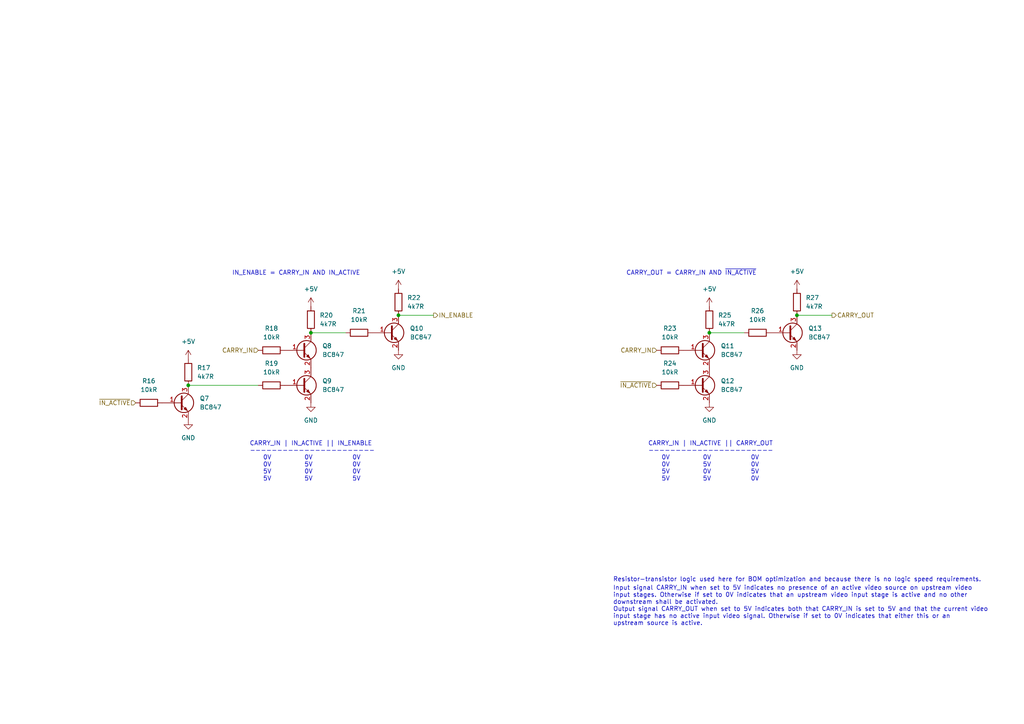
<source format=kicad_sch>
(kicad_sch (version 20230121) (generator eeschema)
  (paper "A4")
  (lib_symbols
    (symbol "Device:R" (pin_numbers hide) (pin_names (offset 0))
      (property "Reference" "R" (at 2.032 0 90))
      (property "Value" "R" (at 0 0 90))
      (symbol "R_0_1"
        (rectangle (start -1.016 -2.54) (end 1.016 2.54) (stroke (width 0.254)))
      )
      (symbol "R_1_1"
        (pin passive line (at 0 3.81 270) (length 1.27) (name "~") (number "1"))
        (pin passive line (at 0 -3.81 90) (length 1.27) (name "~") (number "2"))
      )
    )
    (symbol "Transistor_BJT:BC847" (pin_names (offset 0) hide)
      (property "Reference" "Q" (at 5.08 1.905 0))
      (property "Value" "BC847" (at 5.08 0 0))
      (symbol "BC847_0_1"
        (polyline (pts (xy 0.635 0.635) (xy 2.54 2.54)))
        (polyline (pts (xy 0.635 -0.635) (xy 2.54 -2.54) (xy 2.54 -2.54)))
        (polyline (pts (xy 0.635 1.905) (xy 0.635 -1.905) (xy 0.635 -1.905)) (stroke (width 0.508)))
        (polyline (pts (xy 1.27 -1.778) (xy 1.778 -1.27) (xy 2.286 -2.286) (xy 1.27 -1.778) (xy 1.27 -1.778)) (fill (type outline)))
        (circle (center 1.27 0) (radius 2.8194) (stroke (width 0.254)))
      )
      (symbol "BC847_1_1"
        (pin input line (at -5.08 0 0) (length 5.715) (name "B") (number "1"))
        (pin passive line (at 2.54 -5.08 90) (length 2.54) (name "E") (number "2"))
        (pin passive line (at 2.54 5.08 270) (length 2.54) (name "C") (number "3"))
      )
    )
    (symbol "power:+5V" (power) (pin_names (offset 0))
      (property "Value" "+5V" (at 0 3.556 0))
      (symbol "+5V_0_1"
        (polyline (pts (xy -0.762 1.27) (xy 0 2.54)))
        (polyline (pts (xy 0 0) (xy 0 2.54)))
        (polyline (pts (xy 0 2.54) (xy 0.762 1.27)))
      )
      (symbol "+5V_1_1"
        (pin power_in line (at 0 0 90) (length 0) hide (name "+5V") (number "1"))
      )
    )
    (symbol "power:GND" (power) (pin_names (offset 0))
      (property "Value" "GND" (at 0 -3.81 0))
      (symbol "GND_0_1"
        (polyline (pts (xy 0 0) (xy 0 -1.27) (xy 1.27 -1.27) (xy 0 -2.54) (xy -1.27 -1.27) (xy 0 -1.27)))
      )
      (symbol "GND_1_1"
        (pin power_in line (at 0 0 270) (length 0) hide (name "GND") (number "1"))
      )
    )
  )
  (junction (at 90.17 96.52))
  (junction (at 205.74 96.52))
  (junction (at 54.61 111.76))
  (junction (at 231.14 91.44))
  (junction (at 115.57 91.44))
  (wire (pts (xy 54.61 111.76) (xy 74.93 111.76)))
  (wire (pts (xy 115.57 91.44) (xy 125.73 91.44)))
  (wire (pts (xy 205.74 96.52) (xy 215.9 96.52)))
  (wire (pts (xy 90.17 96.52) (xy 100.33 96.52)))
  (wire (pts (xy 231.14 91.44) (xy 241.3 91.44)))
  (text "CARRY_IN | IN_ACTIVE || IN_ENABLE\n-----------------------\n    0V          0V            0V\n    0V          5V            0V\n    5V          0V            0V\n    5V          5V            5V" (at 72.39 139.7 0) (effects (font (size 1.27 1.27)) (justify left bottom)))
  (text "Resistor-transistor logic used here for BOM optimization and because there is no logic speed requirements." (at 177.8 168.91 0) (effects (font (size 1.27 1.27)) (justify left bottom)))
  (text "IN_ENABLE = CARRY_IN AND IN_ACTIVE" (at 67.31 80.01 0) (effects (font (size 1.27 1.27)) (justify left bottom)))
  (text "Input signal CARRY_IN when set to 5V indicates no presence of an active video source on upstream video\ninput stages. Otherwise if set to 0V indicates that an upstream video input stage is active and no other\ndownstream shall be activated.\nOutput signal CARRY_OUT when set to 5V indicates both that CARRY_IN is set to 5V and that the current video\ninput stage has no active input video signal. Otherwise if set to 0V indicates that either this or an\nupstream source is active." (at 177.8 181.61 0) (effects (font (size 1.27 1.27)) (justify left bottom)))
  (text "CARRY_IN | IN_ACTIVE || CARRY_OUT\n-----------------------\n    0V          0V            0V\n    0V          5V            0V\n    5V          0V            5V\n    5V          5V            0V" (at 187.96 139.7 0) (effects (font (size 1.27 1.27)) (justify left bottom)))
  (text "CARRY_OUT = CARRY_IN AND ~{IN_ACTIVE}" (at 181.61 80.01 0) (effects (font (size 1.27 1.27)) (justify left bottom)))
  (hierarchical_label "CARRY_IN" (shape input) (at 74.93 101.6 180))
  (hierarchical_label "CARRY_IN" (shape input) (at 190.5 101.6 180))
  (hierarchical_label "~{IN_ACTIVE}" (shape input) (at 39.37 116.84 180))
  (hierarchical_label "IN_ENABLE" (shape output) (at 125.73 91.44 0))
  (hierarchical_label "CARRY_OUT" (shape output) (at 241.3 91.44 0))
  (hierarchical_label "~{IN_ACTIVE}" (shape input) (at 190.5 111.76 180))
  (symbol (lib_id "Transistor_BJT:BC847") (at 203.2 101.6 0) (unit 1)
    (property "Reference" "Q11" (at 209.042 100.33 0) (effects (justify left)))
    (property "Value" "BC847" (at 209.042 102.87 0) (effects (justify left)))
    (property "Footprint" "Package_TO_SOT_SMD:SOT-23" (effects hide))
    (property "Datasheet" "https://datasheet.lcsc.com/lcsc/1811141238_Nexperia-BC847C-215_C8664.pdf" (effects hide))
    (property "MPN" "BC847C,215" (effects hide))
    (property "Status" "OK" (effects hide))
    (instances (project "SCART_switcher_input" (path "" (reference "Q11") (unit 1)) (path "" (reference "Q18") (unit 1)) (path "" (reference "Q25") (unit 1))))
  )
  (symbol (lib_id "Transistor_BJT:BC847") (at 87.63 111.76 0) (unit 1)
    (property "Reference" "Q9" (at 93.472 110.49 0) (effects (justify left)))
    (property "Value" "BC847" (at 93.472 113.03 0) (effects (justify left)))
    (property "Footprint" "Package_TO_SOT_SMD:SOT-23" (effects hide))
    (property "Datasheet" "https://datasheet.lcsc.com/lcsc/1811141238_Nexperia-BC847C-215_C8664.pdf" (effects hide))
    (property "MPN" "BC847C,215" (effects hide))
    (property "Status" "OK" (effects hide))
    (instances (project "SCART_switcher_input" (path "" (reference "Q9") (unit 1)) (path "" (reference "Q16") (unit 1)) (path "" (reference "Q23") (unit 1))))
  )
  (symbol (lib_id "Device:R") (at 231.14 87.63 0) (unit 1)
    (property "Reference" "R27" (at 233.68 86.36 0) (effects (justify left)))
    (property "Value" "4k7R" (at 233.68 88.9 0) (effects (justify left)))
    (property "Footprint" "Resistor_SMD:R_0805_2012Metric" (effects hide))
    (instances (project "SCART_switcher_input" (path "" (reference "R27") (unit 1)) (path "" (reference "R39") (unit 1)) (path "" (reference "R51") (unit 1))))
  )
  (symbol (lib_id "power:+5V") (at 231.14 83.82 0) (unit 1)
    (property "Reference" "#PWR049" (effects hide))
    (property "Value" "+5V" (at 231.14 78.74 0))
    (instances (project "SCART_switcher_input" (path "" (reference "#PWR049") (unit 1)) (path "" (reference "#PWR059") (unit 1)) (path "" (reference "#PWR069") (unit 1))))
  )
  (symbol (lib_id "Device:R") (at 43.18 116.84 270) (unit 1)
    (property "Reference" "R16" (at 43.18 110.49 90))
    (property "Value" "10kR" (at 43.18 113.03 90))
    (property "Footprint" "Resistor_SMD:R_0805_2012Metric" (effects hide))
    (property "Datasheet" "https://datasheet.lcsc.com/lcsc/1810201611_YAGEO-RC0805FR-0710KL_C84376.pdf" (effects hide))
    (property "MPN" "RC0805FR-0710KL" (effects hide))
    (instances (project "SCART_switcher_input" (path "" (reference "R16") (unit 1)) (path "" (reference "R28") (unit 1)) (path "" (reference "R40") (unit 1))))
  )
  (symbol (lib_id "power:GND") (at 115.57 101.6 0) (unit 1)
    (property "Reference" "#PWR046" (effects hide))
    (property "Value" "GND" (at 115.57 106.68 0))
    (instances (project "SCART_switcher_input" (path "" (reference "#PWR046") (unit 1)) (path "" (reference "#PWR056") (unit 1)) (path "" (reference "#PWR066") (unit 1))))
  )
  (symbol (lib_id "Device:R") (at 219.71 96.52 270) (unit 1)
    (property "Reference" "R26" (at 219.71 90.17 90))
    (property "Value" "10kR" (at 219.71 92.71 90))
    (property "Footprint" "Resistor_SMD:R_0805_2012Metric" (effects hide))
    (property "Datasheet" "https://datasheet.lcsc.com/lcsc/1810201611_YAGEO-RC0805FR-0710KL_C84376.pdf" (effects hide))
    (property "MPN" "RC0805FR-0710KL" (effects hide))
    (instances (project "SCART_switcher_input" (path "" (reference "R26") (unit 1)) (path "" (reference "R38") (unit 1)) (path "" (reference "R50") (unit 1))))
  )
  (symbol (lib_id "power:GND") (at 231.14 101.6 0) (unit 1)
    (property "Reference" "#PWR050" (effects hide))
    (property "Value" "GND" (at 231.14 106.68 0))
    (instances (project "SCART_switcher_input" (path "" (reference "#PWR050") (unit 1)) (path "" (reference "#PWR060") (unit 1)) (path "" (reference "#PWR070") (unit 1))))
  )
  (symbol (lib_id "Transistor_BJT:BC847") (at 87.63 101.6 0) (unit 1)
    (property "Reference" "Q8" (at 93.472 100.33 0) (effects (justify left)))
    (property "Value" "BC847" (at 93.472 102.87 0) (effects (justify left)))
    (property "Footprint" "Package_TO_SOT_SMD:SOT-23" (effects hide))
    (property "Datasheet" "https://datasheet.lcsc.com/lcsc/1811141238_Nexperia-BC847C-215_C8664.pdf" (effects hide))
    (property "MPN" "BC847C,215" (effects hide))
    (property "Status" "OK" (effects hide))
    (instances (project "SCART_switcher_input" (path "" (reference "Q8") (unit 1)) (path "" (reference "Q15") (unit 1)) (path "" (reference "Q22") (unit 1))))
  )
  (symbol (lib_id "Transistor_BJT:BC847") (at 228.6 96.52 0) (unit 1)
    (property "Reference" "Q13" (at 234.442 95.25 0) (effects (justify left)))
    (property "Value" "BC847" (at 234.442 97.79 0) (effects (justify left)))
    (property "Footprint" "Package_TO_SOT_SMD:SOT-23" (effects hide))
    (property "Datasheet" "https://datasheet.lcsc.com/lcsc/1811141238_Nexperia-BC847C-215_C8664.pdf" (effects hide))
    (property "MPN" "BC847C,215" (effects hide))
    (property "Status" "OK" (effects hide))
    (instances (project "SCART_switcher_input" (path "" (reference "Q13") (unit 1)) (path "" (reference "Q20") (unit 1)) (path "" (reference "Q27") (unit 1))))
  )
  (symbol (lib_id "Device:R") (at 54.61 107.95 0) (unit 1)
    (property "Reference" "R17" (at 57.15 106.68 0) (effects (justify left)))
    (property "Value" "4k7R" (at 57.15 109.22 0) (effects (justify left)))
    (property "Footprint" "Resistor_SMD:R_0805_2012Metric" (effects hide))
    (instances (project "SCART_switcher_input" (path "" (reference "R17") (unit 1)) (path "" (reference "R29") (unit 1)) (path "" (reference "R41") (unit 1))))
  )
  (symbol (lib_id "power:GND") (at 90.17 116.84 0) (unit 1)
    (property "Reference" "#PWR044" (effects hide))
    (property "Value" "GND" (at 90.17 121.92 0))
    (instances (project "SCART_switcher_input" (path "" (reference "#PWR044") (unit 1)) (path "" (reference "#PWR054") (unit 1)) (path "" (reference "#PWR064") (unit 1))))
  )
  (symbol (lib_id "Device:R") (at 78.74 101.6 270) (unit 1)
    (property "Reference" "R18" (at 78.74 95.25 90))
    (property "Value" "10kR" (at 78.74 97.79 90))
    (property "Footprint" "Resistor_SMD:R_0805_2012Metric" (effects hide))
    (property "Datasheet" "https://datasheet.lcsc.com/lcsc/1810201611_YAGEO-RC0805FR-0710KL_C84376.pdf" (effects hide))
    (property "MPN" "RC0805FR-0710KL" (effects hide))
    (instances (project "SCART_switcher_input" (path "" (reference "R18") (unit 1)) (path "" (reference "R30") (unit 1)) (path "" (reference "R42") (unit 1))))
  )
  (symbol (lib_id "Device:R") (at 194.31 101.6 270) (unit 1)
    (property "Reference" "R23" (at 194.31 95.25 90))
    (property "Value" "10kR" (at 194.31 97.79 90))
    (property "Footprint" "Resistor_SMD:R_0805_2012Metric" (effects hide))
    (property "Datasheet" "https://datasheet.lcsc.com/lcsc/1810201611_YAGEO-RC0805FR-0710KL_C84376.pdf" (effects hide))
    (property "MPN" "RC0805FR-0710KL" (effects hide))
    (instances (project "SCART_switcher_input" (path "" (reference "R23") (unit 1)) (path "" (reference "R35") (unit 1)) (path "" (reference "R47") (unit 1))))
  )
  (symbol (lib_id "Device:R") (at 205.74 92.71 0) (unit 1)
    (property "Reference" "R25" (at 208.28 91.44 0) (effects (justify left)))
    (property "Value" "4k7R" (at 208.28 93.98 0) (effects (justify left)))
    (property "Footprint" "Resistor_SMD:R_0805_2012Metric" (effects hide))
    (instances (project "SCART_switcher_input" (path "" (reference "R25") (unit 1)) (path "" (reference "R37") (unit 1)) (path "" (reference "R49") (unit 1))))
  )
  (symbol (lib_id "power:+5V") (at 90.17 88.9 0) (unit 1)
    (property "Reference" "#PWR043" (effects hide))
    (property "Value" "+5V" (at 90.17 83.82 0))
    (instances (project "SCART_switcher_input" (path "" (reference "#PWR043") (unit 1)) (path "" (reference "#PWR053") (unit 1)) (path "" (reference "#PWR063") (unit 1))))
  )
  (symbol (lib_id "Device:R") (at 104.14 96.52 270) (unit 1)
    (property "Reference" "R21" (at 104.14 90.17 90))
    (property "Value" "10kR" (at 104.14 92.71 90))
    (property "Footprint" "Resistor_SMD:R_0805_2012Metric" (effects hide))
    (property "Datasheet" "https://datasheet.lcsc.com/lcsc/1810201611_YAGEO-RC0805FR-0710KL_C84376.pdf" (effects hide))
    (property "MPN" "RC0805FR-0710KL" (effects hide))
    (instances (project "SCART_switcher_input" (path "" (reference "R21") (unit 1)) (path "" (reference "R33") (unit 1)) (path "" (reference "R45") (unit 1))))
  )
  (symbol (lib_id "power:GND") (at 54.61 121.92 0) (unit 1)
    (property "Reference" "#PWR042" (effects hide))
    (property "Value" "GND" (at 54.61 127 0))
    (instances (project "SCART_switcher_input" (path "" (reference "#PWR042") (unit 1)) (path "" (reference "#PWR052") (unit 1)) (path "" (reference "#PWR062") (unit 1))))
  )
  (symbol (lib_id "Device:R") (at 194.31 111.76 270) (unit 1)
    (property "Reference" "R24" (at 194.31 105.41 90))
    (property "Value" "10kR" (at 194.31 107.95 90))
    (property "Footprint" "Resistor_SMD:R_0805_2012Metric" (effects hide))
    (property "Datasheet" "https://datasheet.lcsc.com/lcsc/1810201611_YAGEO-RC0805FR-0710KL_C84376.pdf" (effects hide))
    (property "MPN" "RC0805FR-0710KL" (effects hide))
    (instances (project "SCART_switcher_input" (path "" (reference "R24") (unit 1)) (path "" (reference "R36") (unit 1)) (path "" (reference "R48") (unit 1))))
  )
  (symbol (lib_id "Transistor_BJT:BC847") (at 203.2 111.76 0) (unit 1)
    (property "Reference" "Q12" (at 209.042 110.49 0) (effects (justify left)))
    (property "Value" "BC847" (at 209.042 113.03 0) (effects (justify left)))
    (property "Footprint" "Package_TO_SOT_SMD:SOT-23" (effects hide))
    (property "Datasheet" "https://datasheet.lcsc.com/lcsc/1811141238_Nexperia-BC847C-215_C8664.pdf" (effects hide))
    (property "MPN" "BC847C,215" (effects hide))
    (property "Status" "OK" (effects hide))
    (instances (project "SCART_switcher_input" (path "" (reference "Q12") (unit 1)) (path "" (reference "Q19") (unit 1)) (path "" (reference "Q26") (unit 1))))
  )
  (symbol (lib_id "power:GND") (at 205.74 116.84 0) (unit 1)
    (property "Reference" "#PWR048" (effects hide))
    (property "Value" "GND" (at 205.74 121.92 0))
    (instances (project "SCART_switcher_input" (path "" (reference "#PWR048") (unit 1)) (path "" (reference "#PWR058") (unit 1)) (path "" (reference "#PWR068") (unit 1))))
  )
  (symbol (lib_id "power:+5V") (at 54.61 104.14 0) (unit 1)
    (property "Reference" "#PWR041" (effects hide))
    (property "Value" "+5V" (at 54.61 99.06 0))
    (instances (project "SCART_switcher_input" (path "" (reference "#PWR041") (unit 1)) (path "" (reference "#PWR051") (unit 1)) (path "" (reference "#PWR061") (unit 1))))
  )
  (symbol (lib_id "Device:R") (at 90.17 92.71 0) (unit 1)
    (property "Reference" "R20" (at 92.71 91.44 0) (effects (justify left)))
    (property "Value" "4k7R" (at 92.71 93.98 0) (effects (justify left)))
    (property "Footprint" "Resistor_SMD:R_0805_2012Metric" (effects hide))
    (instances (project "SCART_switcher_input" (path "" (reference "R20") (unit 1)) (path "" (reference "R32") (unit 1)) (path "" (reference "R44") (unit 1))))
  )
  (symbol (lib_id "power:+5V") (at 115.57 83.82 0) (unit 1)
    (property "Reference" "#PWR045" (effects hide))
    (property "Value" "+5V" (at 115.57 78.74 0))
    (instances (project "SCART_switcher_input" (path "" (reference "#PWR045") (unit 1)) (path "" (reference "#PWR055") (unit 1)) (path "" (reference "#PWR065") (unit 1))))
  )
  (symbol (lib_id "Transistor_BJT:BC847") (at 52.07 116.84 0) (unit 1)
    (property "Reference" "Q7" (at 57.912 115.57 0) (effects (justify left)))
    (property "Value" "BC847" (at 57.912 118.11 0) (effects (justify left)))
    (property "Footprint" "Package_TO_SOT_SMD:SOT-23" (effects hide))
    (property "Datasheet" "https://datasheet.lcsc.com/lcsc/1811141238_Nexperia-BC847C-215_C8664.pdf" (effects hide))
    (property "MPN" "BC847C,215" (effects hide))
    (property "Status" "OK" (effects hide))
    (instances (project "SCART_switcher_input" (path "" (reference "Q7") (unit 1)) (path "" (reference "Q14") (unit 1)) (path "" (reference "Q21") (unit 1))))
  )
  (symbol (lib_id "Device:R") (at 115.57 87.63 0) (unit 1)
    (property "Reference" "R22" (at 118.11 86.36 0) (effects (justify left)))
    (property "Value" "4k7R" (at 118.11 88.9 0) (effects (justify left)))
    (property "Footprint" "Resistor_SMD:R_0805_2012Metric" (effects hide))
    (instances (project "SCART_switcher_input" (path "" (reference "R22") (unit 1)) (path "" (reference "R34") (unit 1)) (path "" (reference "R46") (unit 1))))
  )
  (symbol (lib_id "Transistor_BJT:BC847") (at 113.03 96.52 0) (unit 1)
    (property "Reference" "Q10" (at 118.872 95.25 0) (effects (justify left)))
    (property "Value" "BC847" (at 118.872 97.79 0) (effects (justify left)))
    (property "Footprint" "Package_TO_SOT_SMD:SOT-23" (effects hide))
    (property "Datasheet" "https://datasheet.lcsc.com/lcsc/1811141238_Nexperia-BC847C-215_C8664.pdf" (effects hide))
    (property "MPN" "BC847C,215" (effects hide))
    (property "Status" "OK" (effects hide))
    (instances (project "SCART_switcher_input" (path "" (reference "Q10") (unit 1)) (path "" (reference "Q17") (unit 1)) (path "" (reference "Q24") (unit 1))))
  )
  (symbol (lib_id "Device:R") (at 78.74 111.76 270) (unit 1)
    (property "Reference" "R19" (at 78.74 105.41 90))
    (property "Value" "10kR" (at 78.74 107.95 90))
    (property "Footprint" "Resistor_SMD:R_0805_2012Metric" (effects hide))
    (property "Datasheet" "https://datasheet.lcsc.com/lcsc/1810201611_YAGEO-RC0805FR-0710KL_C84376.pdf" (effects hide))
    (property "MPN" "RC0805FR-0710KL" (effects hide))
    (instances (project "SCART_switcher_input" (path "" (reference "R19") (unit 1)) (path "" (reference "R31") (unit 1)) (path "" (reference "R43") (unit 1))))
  )
  (symbol (lib_id "power:+5V") (at 205.74 88.9 0) (unit 1)
    (property "Reference" "#PWR047" (effects hide))
    (property "Value" "+5V" (at 205.74 83.82 0))
    (instances (project "SCART_switcher_input" (path "" (reference "#PWR047") (unit 1)) (path "" (reference "#PWR057") (unit 1)) (path "" (reference "#PWR067") (unit 1))))
  )
)
</source>
